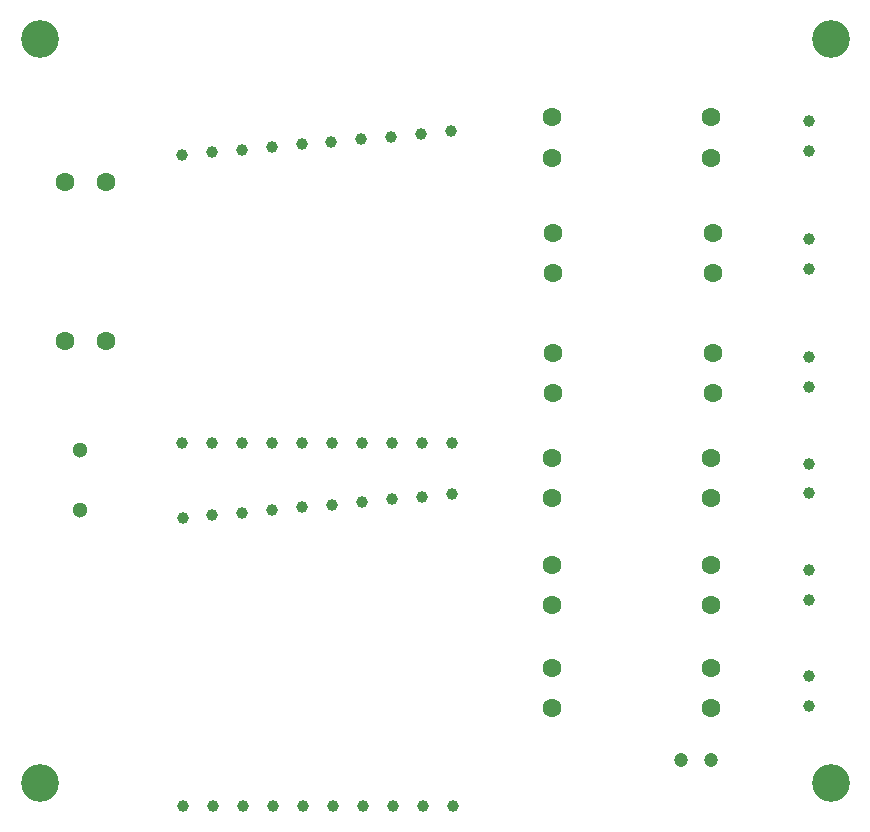
<source format=gbr>
%TF.GenerationSoftware,KiCad,Pcbnew,9.0.2*%
%TF.CreationDate,2025-06-04T19:59:05+07:00*%
%TF.ProjectId,PDM MOTHERBOARD,50444d20-4d4f-4544-9845-52424f415244,rev?*%
%TF.SameCoordinates,Original*%
%TF.FileFunction,Plated,1,2,PTH,Drill*%
%TF.FilePolarity,Positive*%
%FSLAX46Y46*%
G04 Gerber Fmt 4.6, Leading zero omitted, Abs format (unit mm)*
G04 Created by KiCad (PCBNEW 9.0.2) date 2025-06-04 19:59:05*
%MOMM*%
%LPD*%
G01*
G04 APERTURE LIST*
%TA.AperFunction,ComponentDrill*%
%ADD10C,1.000000*%
%TD*%
%TA.AperFunction,ComponentDrill*%
%ADD11C,1.200000*%
%TD*%
%TA.AperFunction,ComponentDrill*%
%ADD12C,1.300000*%
%TD*%
%TA.AperFunction,ComponentDrill*%
%ADD13C,1.600000*%
%TD*%
%TA.AperFunction,ComponentDrill*%
%ADD14C,3.200000*%
%TD*%
G04 APERTURE END LIST*
D10*
%TO.C,U2*%
X89952620Y-54775348D03*
X89954662Y-30349502D03*
%TO.C,U3*%
X90000947Y-85498626D03*
X90002989Y-61072780D03*
%TO.C,U2*%
X92484997Y-30128126D03*
X92492620Y-54775348D03*
%TO.C,U3*%
X92533324Y-60851404D03*
X92540947Y-85498626D03*
%TO.C,U2*%
X95015331Y-29906751D03*
X95032620Y-54775348D03*
%TO.C,U3*%
X95063658Y-60630029D03*
X95080947Y-85498626D03*
%TO.C,U2*%
X97545666Y-29685375D03*
X97572620Y-54775348D03*
%TO.C,U3*%
X97593993Y-60408653D03*
X97620947Y-85498626D03*
%TO.C,U2*%
X100076000Y-29464000D03*
X100112620Y-54775348D03*
%TO.C,U3*%
X100124327Y-60187278D03*
X100160947Y-85498626D03*
%TO.C,U2*%
X102606335Y-29242624D03*
X102652620Y-54775348D03*
%TO.C,U3*%
X102654662Y-59965902D03*
X102700947Y-85498626D03*
%TO.C,U2*%
X105136669Y-29021248D03*
%TO.C,U3*%
X105184996Y-59744526D03*
%TO.C,U2*%
X105192620Y-54775348D03*
%TO.C,U3*%
X105240947Y-85498626D03*
%TO.C,U2*%
X107667004Y-28799873D03*
%TO.C,U3*%
X107715331Y-59523151D03*
%TO.C,U2*%
X107732620Y-54775348D03*
%TO.C,U3*%
X107780947Y-85498626D03*
%TO.C,U2*%
X110197338Y-28578497D03*
%TO.C,U3*%
X110245665Y-59301775D03*
%TO.C,U2*%
X110272620Y-54775348D03*
%TO.C,U3*%
X110320947Y-85498626D03*
%TO.C,U2*%
X112727673Y-28357122D03*
%TO.C,U3*%
X112776000Y-59080400D03*
%TO.C,U2*%
X112812620Y-54775348D03*
%TO.C,U3*%
X112860947Y-85498626D03*
%TO.C,5out5*%
X143000000Y-47500000D03*
X143000000Y-50000000D03*
%TO.C,5out1*%
X143000000Y-56500000D03*
X143000000Y-59000000D03*
%TO.C,5out4*%
X143000000Y-65500000D03*
X143000000Y-68000000D03*
%TO.C,5out3*%
X143000000Y-74500000D03*
X143000000Y-77000000D03*
%TO.C,12vout1*%
X143002000Y-27500000D03*
X143002000Y-30000000D03*
%TO.C,3v3out1*%
X143002000Y-37500000D03*
X143002000Y-40000000D03*
D11*
%TO.C,5out2*%
X132239930Y-81608000D03*
X134739930Y-81608000D03*
D12*
%TO.C,12in1*%
X81280000Y-55372000D03*
X81280000Y-60372000D03*
D13*
%TO.C,F9*%
X80088000Y-32635000D03*
X80088000Y-46105000D03*
X83488000Y-32635000D03*
X83488000Y-46105000D03*
%TO.C,F7*%
X121265000Y-27178000D03*
X121265000Y-30578000D03*
%TO.C,F4*%
X121265000Y-56036000D03*
X121265000Y-59436000D03*
%TO.C,F5*%
X121265000Y-65084753D03*
X121265000Y-68484753D03*
%TO.C,F6*%
X121265000Y-73800000D03*
X121265000Y-77200000D03*
%TO.C,F2*%
X121404000Y-36986000D03*
X121404000Y-40386000D03*
%TO.C,F8*%
X121404000Y-47146000D03*
X121404000Y-50546000D03*
%TO.C,F7*%
X134735000Y-27178000D03*
X134735000Y-30578000D03*
%TO.C,F4*%
X134735000Y-56036000D03*
X134735000Y-59436000D03*
%TO.C,F5*%
X134735000Y-65084753D03*
X134735000Y-68484753D03*
%TO.C,F6*%
X134735000Y-73800000D03*
X134735000Y-77200000D03*
%TO.C,F2*%
X134874000Y-36986000D03*
X134874000Y-40386000D03*
%TO.C,F8*%
X134874000Y-47146000D03*
X134874000Y-50546000D03*
D14*
%TO.C,H3*%
X77898000Y-20494000D03*
%TO.C,H2*%
X77898000Y-83494000D03*
%TO.C,H4*%
X144898000Y-20494000D03*
%TO.C,H1*%
X144898000Y-83494000D03*
M02*

</source>
